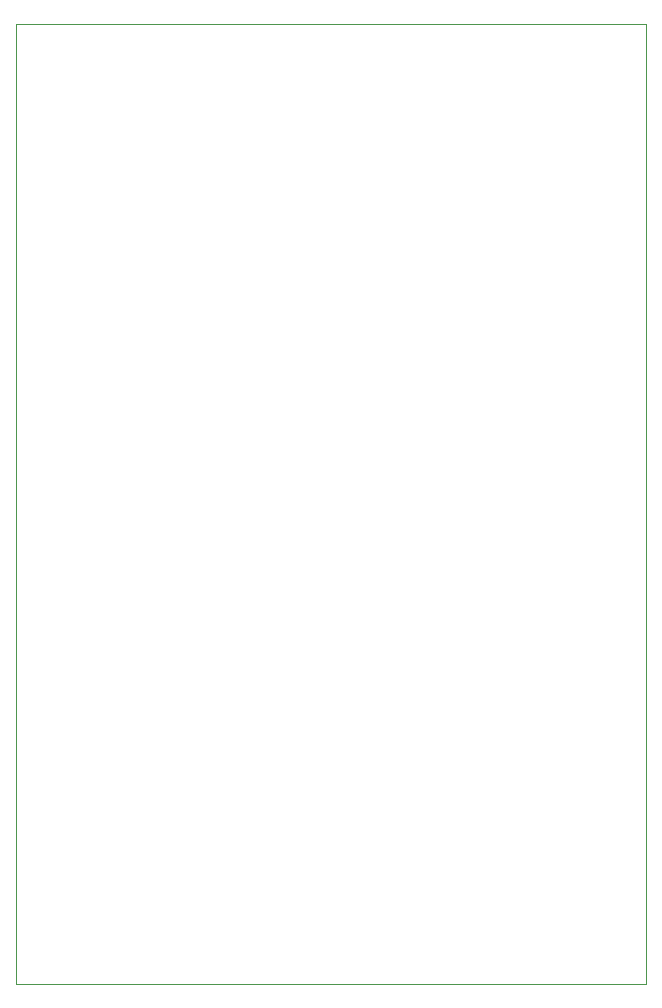
<source format=gm1>
G04 #@! TF.GenerationSoftware,KiCad,Pcbnew,(6.0.9)*
G04 #@! TF.CreationDate,2024-02-12T22:17:00+01:00*
G04 #@! TF.ProjectId,Sombrero_MSX_Goa'uld,536f6d62-7265-4726-9f5f-4d53585f476f,rev?*
G04 #@! TF.SameCoordinates,Original*
G04 #@! TF.FileFunction,Profile,NP*
%FSLAX46Y46*%
G04 Gerber Fmt 4.6, Leading zero omitted, Abs format (unit mm)*
G04 Created by KiCad (PCBNEW (6.0.9)) date 2024-02-12 22:17:00*
%MOMM*%
%LPD*%
G01*
G04 APERTURE LIST*
G04 #@! TA.AperFunction,Profile*
%ADD10C,0.050000*%
G04 #@! TD*
G04 APERTURE END LIST*
D10*
X120650000Y-64770000D02*
X173990000Y-64770000D01*
X173990000Y-64770000D02*
X173990000Y-146050000D01*
X173990000Y-146050000D02*
X120650000Y-146050000D01*
X120650000Y-146050000D02*
X120650000Y-64770000D01*
M02*

</source>
